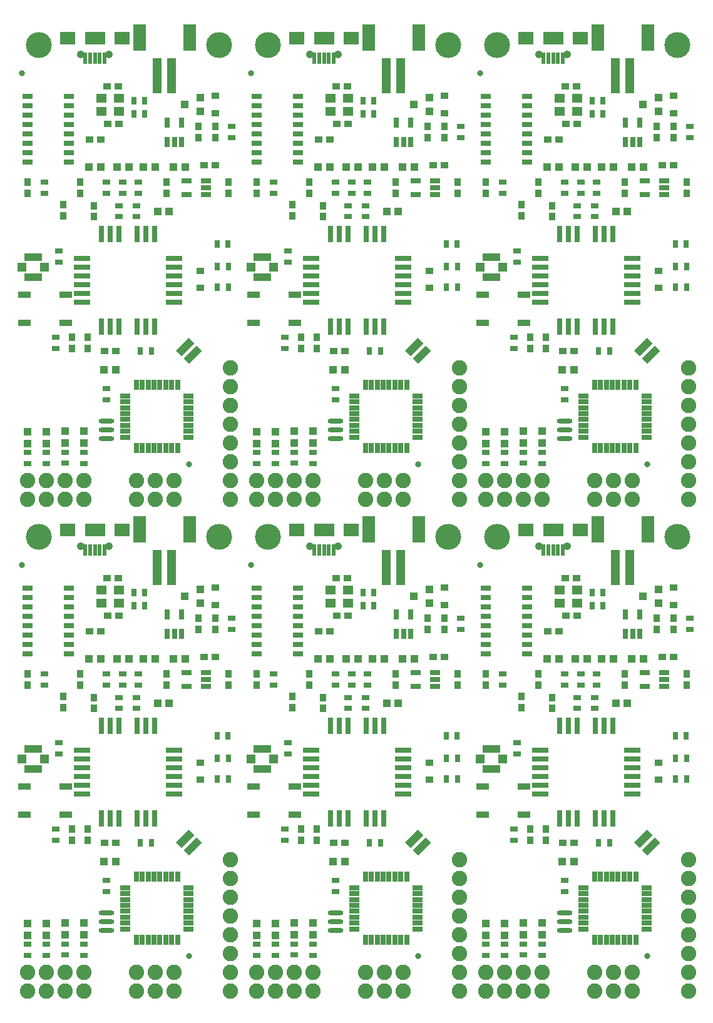
<source format=gts>
G04 #@! TF.FileFunction,Soldermask,Top*
%FSLAX46Y46*%
G04 Gerber Fmt 4.6, Leading zero omitted, Abs format (unit mm)*
G04 Created by KiCad (PCBNEW 4.0.6) date 08/02/17 18:57:33*
%MOMM*%
%LPD*%
G01*
G04 APERTURE LIST*
%ADD10C,0.100000*%
%ADD11R,1.000000X0.950000*%
%ADD12R,0.700000X1.100000*%
%ADD13R,1.398880X1.299820*%
%ADD14R,1.000000X1.000000*%
%ADD15R,1.398880X0.799440*%
%ADD16R,0.950000X1.000000*%
%ADD17R,1.398880X0.748640*%
%ADD18R,1.198220X4.799940*%
%ADD19R,1.797660X3.598520*%
%ADD20R,0.748640X1.398880*%
%ADD21R,1.028040X0.829920*%
%ADD22R,1.100000X0.700000*%
%ADD23R,1.099160X0.997560*%
%ADD24C,3.502000*%
%ADD25C,0.835000*%
%ADD26R,0.598780X1.647800*%
%ADD27R,1.998320X1.698600*%
%ADD28R,2.699360X1.698600*%
%ADD29C,1.048360*%
%ADD30C,2.079600*%
%ADD31R,1.470000X0.758800*%
%ADD32R,0.758800X1.470000*%
%ADD33R,2.198980X0.799440*%
%ADD34R,0.799440X2.198980*%
%ADD35R,1.724000X0.962000*%
%ADD36R,2.399640X1.048360*%
%ADD37R,1.249020X1.198220*%
%ADD38O,2.105000X0.649580*%
G04 APERTURE END LIST*
D10*
D11*
X125146000Y-119928000D03*
X126646000Y-119928000D03*
X94158000Y-119928000D03*
X95658000Y-119928000D03*
X63170000Y-119928000D03*
X64670000Y-119928000D03*
X125146000Y-53380000D03*
X126646000Y-53380000D03*
X94158000Y-53380000D03*
X95658000Y-53380000D03*
D12*
X130196000Y-118528000D03*
X128696000Y-118528000D03*
X99208000Y-118528000D03*
X97708000Y-118528000D03*
X68220000Y-118528000D03*
X66720000Y-118528000D03*
X130196000Y-51980000D03*
X128696000Y-51980000D03*
X99208000Y-51980000D03*
X97708000Y-51980000D03*
D13*
X126649480Y-116474240D03*
X124302520Y-116474240D03*
X124302520Y-118221760D03*
X126649480Y-118221760D03*
X95661480Y-116474240D03*
X93314520Y-116474240D03*
X93314520Y-118221760D03*
X95661480Y-118221760D03*
X64673480Y-116474240D03*
X62326520Y-116474240D03*
X62326520Y-118221760D03*
X64673480Y-118221760D03*
X126649480Y-49926240D03*
X124302520Y-49926240D03*
X124302520Y-51673760D03*
X126649480Y-51673760D03*
X95661480Y-49926240D03*
X93314520Y-49926240D03*
X93314520Y-51673760D03*
X95661480Y-51673760D03*
D14*
X130010000Y-125730000D03*
X131610000Y-125730000D03*
X99022000Y-125730000D03*
X100622000Y-125730000D03*
X68034000Y-125730000D03*
X69634000Y-125730000D03*
X130010000Y-59182000D03*
X131610000Y-59182000D03*
X99022000Y-59182000D03*
X100622000Y-59182000D03*
X128054000Y-125730000D03*
X126454000Y-125730000D03*
X97066000Y-125730000D03*
X95466000Y-125730000D03*
X66078000Y-125730000D03*
X64478000Y-125730000D03*
X128054000Y-59182000D03*
X126454000Y-59182000D03*
X97066000Y-59182000D03*
X95466000Y-59182000D03*
D11*
X122696000Y-122028000D03*
X124196000Y-122028000D03*
X91708000Y-122028000D03*
X93208000Y-122028000D03*
X60720000Y-122028000D03*
X62220000Y-122028000D03*
X122696000Y-55480000D03*
X124196000Y-55480000D03*
X91708000Y-55480000D03*
X93208000Y-55480000D03*
D15*
X119893080Y-125095000D03*
X119893080Y-123825000D03*
X119893080Y-122555000D03*
X119893080Y-121285000D03*
X119893080Y-120015000D03*
X119893080Y-118745000D03*
X119893080Y-117475000D03*
X119893080Y-116205000D03*
X114294920Y-116205000D03*
X114294920Y-117475000D03*
X114294920Y-118745000D03*
X114294920Y-120015000D03*
X114294920Y-121285000D03*
X114294920Y-122555000D03*
X114294920Y-123825000D03*
X114294920Y-125095000D03*
X88905080Y-125095000D03*
X88905080Y-123825000D03*
X88905080Y-122555000D03*
X88905080Y-121285000D03*
X88905080Y-120015000D03*
X88905080Y-118745000D03*
X88905080Y-117475000D03*
X88905080Y-116205000D03*
X83306920Y-116205000D03*
X83306920Y-117475000D03*
X83306920Y-118745000D03*
X83306920Y-120015000D03*
X83306920Y-121285000D03*
X83306920Y-122555000D03*
X83306920Y-123825000D03*
X83306920Y-125095000D03*
X57917080Y-125095000D03*
X57917080Y-123825000D03*
X57917080Y-122555000D03*
X57917080Y-121285000D03*
X57917080Y-120015000D03*
X57917080Y-118745000D03*
X57917080Y-117475000D03*
X57917080Y-116205000D03*
X52318920Y-116205000D03*
X52318920Y-117475000D03*
X52318920Y-118745000D03*
X52318920Y-120015000D03*
X52318920Y-121285000D03*
X52318920Y-122555000D03*
X52318920Y-123825000D03*
X52318920Y-125095000D03*
X119893080Y-58547000D03*
X119893080Y-57277000D03*
X119893080Y-56007000D03*
X119893080Y-54737000D03*
X119893080Y-53467000D03*
X119893080Y-52197000D03*
X119893080Y-50927000D03*
X119893080Y-49657000D03*
X114294920Y-49657000D03*
X114294920Y-50927000D03*
X114294920Y-52197000D03*
X114294920Y-53467000D03*
X114294920Y-54737000D03*
X114294920Y-56007000D03*
X114294920Y-57277000D03*
X114294920Y-58547000D03*
X88905080Y-58547000D03*
X88905080Y-57277000D03*
X88905080Y-56007000D03*
X88905080Y-54737000D03*
X88905080Y-53467000D03*
X88905080Y-52197000D03*
X88905080Y-50927000D03*
X88905080Y-49657000D03*
X83306920Y-49657000D03*
X83306920Y-50927000D03*
X83306920Y-52197000D03*
X83306920Y-53467000D03*
X83306920Y-54737000D03*
X83306920Y-56007000D03*
X83306920Y-57277000D03*
X83306920Y-58547000D03*
D11*
X138188000Y-125476000D03*
X139688000Y-125476000D03*
X107200000Y-125476000D03*
X108700000Y-125476000D03*
X76212000Y-125476000D03*
X77712000Y-125476000D03*
X138188000Y-58928000D03*
X139688000Y-58928000D03*
X107200000Y-58928000D03*
X108700000Y-58928000D03*
D16*
X133096000Y-129274000D03*
X133096000Y-127774000D03*
X102108000Y-129274000D03*
X102108000Y-127774000D03*
X71120000Y-129274000D03*
X71120000Y-127774000D03*
X133096000Y-62726000D03*
X133096000Y-61226000D03*
X102108000Y-62726000D03*
X102108000Y-61226000D03*
D17*
X138457940Y-129473960D03*
X138457940Y-128524000D03*
X138457940Y-127574040D03*
X135862060Y-127574040D03*
X135862060Y-129473960D03*
X107469940Y-129473960D03*
X107469940Y-128524000D03*
X107469940Y-127574040D03*
X104874060Y-127574040D03*
X104874060Y-129473960D03*
X76481940Y-129473960D03*
X76481940Y-128524000D03*
X76481940Y-127574040D03*
X73886060Y-127574040D03*
X73886060Y-129473960D03*
X138457940Y-62925960D03*
X138457940Y-61976000D03*
X138457940Y-61026040D03*
X135862060Y-61026040D03*
X135862060Y-62925960D03*
X107469940Y-62925960D03*
X107469940Y-61976000D03*
X107469940Y-61026040D03*
X104874060Y-61026040D03*
X104874060Y-62925960D03*
D16*
X141478000Y-129274000D03*
X141478000Y-127774000D03*
X110490000Y-129274000D03*
X110490000Y-127774000D03*
X79502000Y-129274000D03*
X79502000Y-127774000D03*
X141478000Y-62726000D03*
X141478000Y-61226000D03*
X110490000Y-62726000D03*
X110490000Y-61226000D03*
D14*
X135674000Y-125730000D03*
X134074000Y-125730000D03*
X104686000Y-125730000D03*
X103086000Y-125730000D03*
X73698000Y-125730000D03*
X72098000Y-125730000D03*
X135674000Y-59182000D03*
X134074000Y-59182000D03*
X104686000Y-59182000D03*
X103086000Y-59182000D03*
D18*
X131843780Y-113400840D03*
X133840220Y-113400840D03*
D19*
X129443480Y-108204000D03*
X136240520Y-108204000D03*
D18*
X100855780Y-113400840D03*
X102852220Y-113400840D03*
D19*
X98455480Y-108204000D03*
X105252520Y-108204000D03*
D18*
X69867780Y-113400840D03*
X71864220Y-113400840D03*
D19*
X67467480Y-108204000D03*
X74264520Y-108204000D03*
D18*
X131843780Y-46852840D03*
X133840220Y-46852840D03*
D19*
X129443480Y-41656000D03*
X136240520Y-41656000D03*
D18*
X100855780Y-46852840D03*
X102852220Y-46852840D03*
D19*
X98455480Y-41656000D03*
X105252520Y-41656000D03*
D16*
X137446000Y-121778000D03*
X137446000Y-120278000D03*
X106458000Y-121778000D03*
X106458000Y-120278000D03*
X75470000Y-121778000D03*
X75470000Y-120278000D03*
X137446000Y-55230000D03*
X137446000Y-53730000D03*
X106458000Y-55230000D03*
X106458000Y-53730000D03*
X139696000Y-120278000D03*
X139696000Y-121778000D03*
X108708000Y-120278000D03*
X108708000Y-121778000D03*
X77720000Y-120278000D03*
X77720000Y-121778000D03*
X139696000Y-53730000D03*
X139696000Y-55230000D03*
X108708000Y-53730000D03*
X108708000Y-55230000D03*
D20*
X133246040Y-122325940D03*
X134196000Y-122325940D03*
X135145960Y-122325940D03*
X135145960Y-119730060D03*
X133246040Y-119730060D03*
X102258040Y-122325940D03*
X103208000Y-122325940D03*
X104157960Y-122325940D03*
X104157960Y-119730060D03*
X102258040Y-119730060D03*
X71270040Y-122325940D03*
X72220000Y-122325940D03*
X73169960Y-122325940D03*
X73169960Y-119730060D03*
X71270040Y-119730060D03*
X133246040Y-55777940D03*
X134196000Y-55777940D03*
X135145960Y-55777940D03*
X135145960Y-53182060D03*
X133246040Y-53182060D03*
X102258040Y-55777940D03*
X103208000Y-55777940D03*
X104157960Y-55777940D03*
X104157960Y-53182060D03*
X102258040Y-53182060D03*
D21*
X139696000Y-118426080D03*
X139696000Y-116129920D03*
X108708000Y-118426080D03*
X108708000Y-116129920D03*
X77720000Y-118426080D03*
X77720000Y-116129920D03*
X139696000Y-51878080D03*
X139696000Y-49581920D03*
X108708000Y-51878080D03*
X108708000Y-49581920D03*
D22*
X141946000Y-120278000D03*
X141946000Y-121778000D03*
X110958000Y-120278000D03*
X110958000Y-121778000D03*
X79970000Y-120278000D03*
X79970000Y-121778000D03*
X141946000Y-53730000D03*
X141946000Y-55230000D03*
X110958000Y-53730000D03*
X110958000Y-55230000D03*
D23*
X137694220Y-118227960D03*
X137694220Y-116328040D03*
X135596180Y-117278000D03*
X106706220Y-118227960D03*
X106706220Y-116328040D03*
X104608180Y-117278000D03*
X75718220Y-118227960D03*
X75718220Y-116328040D03*
X73620180Y-117278000D03*
X137694220Y-51679960D03*
X137694220Y-49780040D03*
X135596180Y-50730000D03*
X106706220Y-51679960D03*
X106706220Y-49780040D03*
X104608180Y-50730000D03*
D24*
X140208000Y-109220000D03*
X109220000Y-109220000D03*
X78232000Y-109220000D03*
X140208000Y-42672000D03*
X109220000Y-42672000D03*
D12*
X130196000Y-116778000D03*
X128696000Y-116778000D03*
X99208000Y-116778000D03*
X97708000Y-116778000D03*
X68220000Y-116778000D03*
X66720000Y-116778000D03*
X130196000Y-50230000D03*
X128696000Y-50230000D03*
X99208000Y-50230000D03*
X97708000Y-50230000D03*
D11*
X126596000Y-114808000D03*
X125096000Y-114808000D03*
X95608000Y-114808000D03*
X94108000Y-114808000D03*
X64620000Y-114808000D03*
X63120000Y-114808000D03*
X126596000Y-48260000D03*
X125096000Y-48260000D03*
X95608000Y-48260000D03*
X94108000Y-48260000D03*
D25*
X113538000Y-113030000D03*
X82550000Y-113030000D03*
X51562000Y-113030000D03*
X113538000Y-46482000D03*
X82550000Y-46482000D03*
D26*
X123444000Y-111053880D03*
X124091700Y-111053880D03*
X122146060Y-111053880D03*
X122796300Y-111053880D03*
D27*
X127127000Y-108331000D03*
X119761000Y-108331000D03*
D28*
X123444000Y-108331000D03*
D26*
X124741940Y-111053880D03*
D29*
X125343920Y-110530640D03*
X121544080Y-110530640D03*
D26*
X92456000Y-111053880D03*
X93103700Y-111053880D03*
X91158060Y-111053880D03*
X91808300Y-111053880D03*
D27*
X96139000Y-108331000D03*
X88773000Y-108331000D03*
D28*
X92456000Y-108331000D03*
D26*
X93753940Y-111053880D03*
D29*
X94355920Y-110530640D03*
X90556080Y-110530640D03*
D26*
X61468000Y-111053880D03*
X62115700Y-111053880D03*
X60170060Y-111053880D03*
X60820300Y-111053880D03*
D27*
X65151000Y-108331000D03*
X57785000Y-108331000D03*
D28*
X61468000Y-108331000D03*
D26*
X62765940Y-111053880D03*
D29*
X63367920Y-110530640D03*
X59568080Y-110530640D03*
D26*
X123444000Y-44505880D03*
X124091700Y-44505880D03*
X122146060Y-44505880D03*
X122796300Y-44505880D03*
D27*
X127127000Y-41783000D03*
X119761000Y-41783000D03*
D28*
X123444000Y-41783000D03*
D26*
X124741940Y-44505880D03*
D29*
X125343920Y-43982640D03*
X121544080Y-43982640D03*
D26*
X92456000Y-44505880D03*
X93103700Y-44505880D03*
X91158060Y-44505880D03*
X91808300Y-44505880D03*
D27*
X96139000Y-41783000D03*
X88773000Y-41783000D03*
D28*
X92456000Y-41783000D03*
D26*
X93753940Y-44505880D03*
D29*
X94355920Y-43982640D03*
X90556080Y-43982640D03*
D24*
X115824000Y-109220000D03*
X84836000Y-109220000D03*
X53848000Y-109220000D03*
X115824000Y-42672000D03*
X84836000Y-42672000D03*
D22*
X129286000Y-129274000D03*
X129286000Y-127774000D03*
X98298000Y-129274000D03*
X98298000Y-127774000D03*
X67310000Y-129274000D03*
X67310000Y-127774000D03*
X129286000Y-62726000D03*
X129286000Y-61226000D03*
X98298000Y-62726000D03*
X98298000Y-61226000D03*
X127196000Y-129274000D03*
X127196000Y-127774000D03*
X96208000Y-129274000D03*
X96208000Y-127774000D03*
X65220000Y-129274000D03*
X65220000Y-127774000D03*
X127196000Y-62726000D03*
X127196000Y-61226000D03*
X96208000Y-62726000D03*
X96208000Y-61226000D03*
D16*
X121412000Y-129274000D03*
X121412000Y-127774000D03*
X90424000Y-129274000D03*
X90424000Y-127774000D03*
X59436000Y-129274000D03*
X59436000Y-127774000D03*
X121412000Y-62726000D03*
X121412000Y-61226000D03*
X90424000Y-62726000D03*
X90424000Y-61226000D03*
D14*
X124206000Y-125730000D03*
X122606000Y-125730000D03*
X93218000Y-125730000D03*
X91618000Y-125730000D03*
X62230000Y-125730000D03*
X60630000Y-125730000D03*
X124206000Y-59182000D03*
X122606000Y-59182000D03*
X93218000Y-59182000D03*
X91618000Y-59182000D03*
D22*
X116586000Y-127774000D03*
X116586000Y-129274000D03*
X85598000Y-127774000D03*
X85598000Y-129274000D03*
X54610000Y-127774000D03*
X54610000Y-129274000D03*
X116586000Y-61226000D03*
X116586000Y-62726000D03*
X85598000Y-61226000D03*
X85598000Y-62726000D03*
D16*
X114300000Y-129274000D03*
X114300000Y-127774000D03*
X83312000Y-129274000D03*
X83312000Y-127774000D03*
X52324000Y-129274000D03*
X52324000Y-127774000D03*
X114300000Y-62726000D03*
X114300000Y-61226000D03*
X83312000Y-62726000D03*
X83312000Y-61226000D03*
D22*
X124968000Y-127774000D03*
X124968000Y-129274000D03*
X93980000Y-127774000D03*
X93980000Y-129274000D03*
X62992000Y-127774000D03*
X62992000Y-129274000D03*
X124968000Y-61226000D03*
X124968000Y-62726000D03*
X93980000Y-61226000D03*
X93980000Y-62726000D03*
D12*
X139966000Y-141986000D03*
X141466000Y-141986000D03*
X108978000Y-141986000D03*
X110478000Y-141986000D03*
X77990000Y-141986000D03*
X79490000Y-141986000D03*
X139966000Y-75438000D03*
X141466000Y-75438000D03*
X108978000Y-75438000D03*
X110478000Y-75438000D03*
X139954000Y-136144000D03*
X141454000Y-136144000D03*
X108966000Y-136144000D03*
X110466000Y-136144000D03*
X77978000Y-136144000D03*
X79478000Y-136144000D03*
X139954000Y-69596000D03*
X141454000Y-69596000D03*
X108966000Y-69596000D03*
X110466000Y-69596000D03*
D10*
G36*
X136203093Y-152376580D02*
X135461790Y-151635277D01*
X137192717Y-149904350D01*
X137934020Y-150645653D01*
X136203093Y-152376580D01*
X136203093Y-152376580D01*
G37*
G36*
X135143423Y-151316910D02*
X134402120Y-150575607D01*
X136133047Y-148844680D01*
X136874350Y-149585983D01*
X135143423Y-151316910D01*
X135143423Y-151316910D01*
G37*
G36*
X105215093Y-152376580D02*
X104473790Y-151635277D01*
X106204717Y-149904350D01*
X106946020Y-150645653D01*
X105215093Y-152376580D01*
X105215093Y-152376580D01*
G37*
G36*
X104155423Y-151316910D02*
X103414120Y-150575607D01*
X105145047Y-148844680D01*
X105886350Y-149585983D01*
X104155423Y-151316910D01*
X104155423Y-151316910D01*
G37*
G36*
X74227093Y-152376580D02*
X73485790Y-151635277D01*
X75216717Y-149904350D01*
X75958020Y-150645653D01*
X74227093Y-152376580D01*
X74227093Y-152376580D01*
G37*
G36*
X73167423Y-151316910D02*
X72426120Y-150575607D01*
X74157047Y-148844680D01*
X74898350Y-149585983D01*
X73167423Y-151316910D01*
X73167423Y-151316910D01*
G37*
G36*
X136203093Y-85828580D02*
X135461790Y-85087277D01*
X137192717Y-83356350D01*
X137934020Y-84097653D01*
X136203093Y-85828580D01*
X136203093Y-85828580D01*
G37*
G36*
X135143423Y-84768910D02*
X134402120Y-84027607D01*
X136133047Y-82296680D01*
X136874350Y-83037983D01*
X135143423Y-84768910D01*
X135143423Y-84768910D01*
G37*
G36*
X105215093Y-85828580D02*
X104473790Y-85087277D01*
X106204717Y-83356350D01*
X106946020Y-84097653D01*
X105215093Y-85828580D01*
X105215093Y-85828580D01*
G37*
G36*
X104155423Y-84768910D02*
X103414120Y-84027607D01*
X105145047Y-82296680D01*
X105886350Y-83037983D01*
X104155423Y-84768910D01*
X104155423Y-84768910D01*
G37*
D21*
X137668000Y-139821920D03*
X137668000Y-142118080D03*
X106680000Y-139821920D03*
X106680000Y-142118080D03*
X75692000Y-139821920D03*
X75692000Y-142118080D03*
X137668000Y-73273920D03*
X137668000Y-75570080D03*
X106680000Y-73273920D03*
X106680000Y-75570080D03*
D12*
X141466000Y-139192000D03*
X139966000Y-139192000D03*
X110478000Y-139192000D03*
X108978000Y-139192000D03*
X79490000Y-139192000D03*
X77990000Y-139192000D03*
X141466000Y-72644000D03*
X139966000Y-72644000D03*
X110478000Y-72644000D03*
X108978000Y-72644000D03*
D16*
X119126000Y-132322000D03*
X119126000Y-130822000D03*
X88138000Y-132322000D03*
X88138000Y-130822000D03*
X57150000Y-132322000D03*
X57150000Y-130822000D03*
X119126000Y-65774000D03*
X119126000Y-64274000D03*
X88138000Y-65774000D03*
X88138000Y-64274000D03*
X123296000Y-130978000D03*
X123296000Y-132478000D03*
X92308000Y-130978000D03*
X92308000Y-132478000D03*
X61320000Y-130978000D03*
X61320000Y-132478000D03*
X123296000Y-64430000D03*
X123296000Y-65930000D03*
X92308000Y-64430000D03*
X92308000Y-65930000D03*
D14*
X131896000Y-131728000D03*
X133496000Y-131728000D03*
X100908000Y-131728000D03*
X102508000Y-131728000D03*
X69920000Y-131728000D03*
X71520000Y-131728000D03*
X131896000Y-65180000D03*
X133496000Y-65180000D03*
X100908000Y-65180000D03*
X102508000Y-65180000D03*
D22*
X126696000Y-132478000D03*
X126696000Y-130978000D03*
X95708000Y-132478000D03*
X95708000Y-130978000D03*
X64720000Y-132478000D03*
X64720000Y-130978000D03*
X126696000Y-65930000D03*
X126696000Y-64430000D03*
X95708000Y-65930000D03*
X95708000Y-64430000D03*
X129096000Y-130978000D03*
X129096000Y-132478000D03*
X98108000Y-130978000D03*
X98108000Y-132478000D03*
X67120000Y-130978000D03*
X67120000Y-132478000D03*
X129096000Y-64430000D03*
X129096000Y-65930000D03*
X98108000Y-64430000D03*
X98108000Y-65930000D03*
X114300000Y-165850000D03*
X114300000Y-164350000D03*
X83312000Y-165850000D03*
X83312000Y-164350000D03*
X52324000Y-165850000D03*
X52324000Y-164350000D03*
X114300000Y-99302000D03*
X114300000Y-97802000D03*
X83312000Y-99302000D03*
X83312000Y-97802000D03*
X116840000Y-165862000D03*
X116840000Y-164362000D03*
X85852000Y-165862000D03*
X85852000Y-164362000D03*
X54864000Y-165862000D03*
X54864000Y-164362000D03*
X116840000Y-99314000D03*
X116840000Y-97814000D03*
X85852000Y-99314000D03*
X85852000Y-97814000D03*
D30*
X114300000Y-170688000D03*
X114300000Y-168148000D03*
X116840000Y-170688000D03*
X116840000Y-168148000D03*
X119380000Y-170688000D03*
X119380000Y-168148000D03*
X121920000Y-170688000D03*
X121920000Y-168148000D03*
X83312000Y-170688000D03*
X83312000Y-168148000D03*
X85852000Y-170688000D03*
X85852000Y-168148000D03*
X88392000Y-170688000D03*
X88392000Y-168148000D03*
X90932000Y-170688000D03*
X90932000Y-168148000D03*
X52324000Y-170688000D03*
X52324000Y-168148000D03*
X54864000Y-170688000D03*
X54864000Y-168148000D03*
X57404000Y-170688000D03*
X57404000Y-168148000D03*
X59944000Y-170688000D03*
X59944000Y-168148000D03*
X114300000Y-104140000D03*
X114300000Y-101600000D03*
X116840000Y-104140000D03*
X116840000Y-101600000D03*
X119380000Y-104140000D03*
X119380000Y-101600000D03*
X121920000Y-104140000D03*
X121920000Y-101600000D03*
X83312000Y-104140000D03*
X83312000Y-101600000D03*
X85852000Y-104140000D03*
X85852000Y-101600000D03*
X88392000Y-104140000D03*
X88392000Y-101600000D03*
X90932000Y-104140000D03*
X90932000Y-101600000D03*
D22*
X121920000Y-165850000D03*
X121920000Y-164350000D03*
X90932000Y-165850000D03*
X90932000Y-164350000D03*
X59944000Y-165850000D03*
X59944000Y-164350000D03*
X121920000Y-99302000D03*
X121920000Y-97802000D03*
X90932000Y-99302000D03*
X90932000Y-97802000D03*
X119380000Y-165838000D03*
X119380000Y-164338000D03*
X88392000Y-165838000D03*
X88392000Y-164338000D03*
X57404000Y-165838000D03*
X57404000Y-164338000D03*
X119380000Y-99290000D03*
X119380000Y-97790000D03*
X88392000Y-99290000D03*
X88392000Y-97790000D03*
D30*
X141732000Y-160528000D03*
X141732000Y-157988000D03*
X141732000Y-155448000D03*
X141732000Y-152908000D03*
X110744000Y-160528000D03*
X110744000Y-157988000D03*
X110744000Y-155448000D03*
X110744000Y-152908000D03*
X79756000Y-160528000D03*
X79756000Y-157988000D03*
X79756000Y-155448000D03*
X79756000Y-152908000D03*
X141732000Y-93980000D03*
X141732000Y-91440000D03*
X141732000Y-88900000D03*
X141732000Y-86360000D03*
X110744000Y-93980000D03*
X110744000Y-91440000D03*
X110744000Y-88900000D03*
X110744000Y-86360000D03*
D25*
X136144000Y-165989000D03*
X105156000Y-165989000D03*
X74168000Y-165989000D03*
X136144000Y-99441000D03*
X105156000Y-99441000D03*
D30*
X134112000Y-168148000D03*
X134112000Y-170688000D03*
X131572000Y-168148000D03*
X131572000Y-170688000D03*
X129032000Y-168148000D03*
X129032000Y-170688000D03*
X103124000Y-168148000D03*
X103124000Y-170688000D03*
X100584000Y-168148000D03*
X100584000Y-170688000D03*
X98044000Y-168148000D03*
X98044000Y-170688000D03*
X72136000Y-168148000D03*
X72136000Y-170688000D03*
X69596000Y-168148000D03*
X69596000Y-170688000D03*
X67056000Y-168148000D03*
X67056000Y-170688000D03*
X134112000Y-101600000D03*
X134112000Y-104140000D03*
X131572000Y-101600000D03*
X131572000Y-104140000D03*
X129032000Y-101600000D03*
X129032000Y-104140000D03*
X103124000Y-101600000D03*
X103124000Y-104140000D03*
X100584000Y-101600000D03*
X100584000Y-104140000D03*
X98044000Y-101600000D03*
X98044000Y-104140000D03*
D31*
X127533400Y-156712920D03*
X127533400Y-157513020D03*
X127533400Y-158313120D03*
X127533400Y-159113220D03*
X127533400Y-159910780D03*
X127533400Y-160710880D03*
X127533400Y-161510980D03*
X127533400Y-162311080D03*
D32*
X129026920Y-163804600D03*
X129827020Y-163804600D03*
X130627120Y-163804600D03*
X131427220Y-163804600D03*
X132224780Y-163804600D03*
X133024880Y-163804600D03*
X133824980Y-163804600D03*
X134625080Y-163804600D03*
D31*
X136118600Y-162311080D03*
X136118600Y-161510980D03*
X136118600Y-160710880D03*
X136118600Y-159910780D03*
X136118600Y-159113220D03*
X136118600Y-158313120D03*
X136118600Y-157513020D03*
X136118600Y-156712920D03*
D32*
X134625080Y-155219400D03*
X133824980Y-155219400D03*
X133024880Y-155219400D03*
X132224780Y-155219400D03*
X131427220Y-155219400D03*
X130627120Y-155219400D03*
X129827020Y-155219400D03*
X129026920Y-155219400D03*
D31*
X96545400Y-156712920D03*
X96545400Y-157513020D03*
X96545400Y-158313120D03*
X96545400Y-159113220D03*
X96545400Y-159910780D03*
X96545400Y-160710880D03*
X96545400Y-161510980D03*
X96545400Y-162311080D03*
D32*
X98038920Y-163804600D03*
X98839020Y-163804600D03*
X99639120Y-163804600D03*
X100439220Y-163804600D03*
X101236780Y-163804600D03*
X102036880Y-163804600D03*
X102836980Y-163804600D03*
X103637080Y-163804600D03*
D31*
X105130600Y-162311080D03*
X105130600Y-161510980D03*
X105130600Y-160710880D03*
X105130600Y-159910780D03*
X105130600Y-159113220D03*
X105130600Y-158313120D03*
X105130600Y-157513020D03*
X105130600Y-156712920D03*
D32*
X103637080Y-155219400D03*
X102836980Y-155219400D03*
X102036880Y-155219400D03*
X101236780Y-155219400D03*
X100439220Y-155219400D03*
X99639120Y-155219400D03*
X98839020Y-155219400D03*
X98038920Y-155219400D03*
D31*
X65557400Y-156712920D03*
X65557400Y-157513020D03*
X65557400Y-158313120D03*
X65557400Y-159113220D03*
X65557400Y-159910780D03*
X65557400Y-160710880D03*
X65557400Y-161510980D03*
X65557400Y-162311080D03*
D32*
X67050920Y-163804600D03*
X67851020Y-163804600D03*
X68651120Y-163804600D03*
X69451220Y-163804600D03*
X70248780Y-163804600D03*
X71048880Y-163804600D03*
X71848980Y-163804600D03*
X72649080Y-163804600D03*
D31*
X74142600Y-162311080D03*
X74142600Y-161510980D03*
X74142600Y-160710880D03*
X74142600Y-159910780D03*
X74142600Y-159113220D03*
X74142600Y-158313120D03*
X74142600Y-157513020D03*
X74142600Y-156712920D03*
D32*
X72649080Y-155219400D03*
X71848980Y-155219400D03*
X71048880Y-155219400D03*
X70248780Y-155219400D03*
X69451220Y-155219400D03*
X68651120Y-155219400D03*
X67851020Y-155219400D03*
X67050920Y-155219400D03*
D31*
X127533400Y-90164920D03*
X127533400Y-90965020D03*
X127533400Y-91765120D03*
X127533400Y-92565220D03*
X127533400Y-93362780D03*
X127533400Y-94162880D03*
X127533400Y-94962980D03*
X127533400Y-95763080D03*
D32*
X129026920Y-97256600D03*
X129827020Y-97256600D03*
X130627120Y-97256600D03*
X131427220Y-97256600D03*
X132224780Y-97256600D03*
X133024880Y-97256600D03*
X133824980Y-97256600D03*
X134625080Y-97256600D03*
D31*
X136118600Y-95763080D03*
X136118600Y-94962980D03*
X136118600Y-94162880D03*
X136118600Y-93362780D03*
X136118600Y-92565220D03*
X136118600Y-91765120D03*
X136118600Y-90965020D03*
X136118600Y-90164920D03*
D32*
X134625080Y-88671400D03*
X133824980Y-88671400D03*
X133024880Y-88671400D03*
X132224780Y-88671400D03*
X131427220Y-88671400D03*
X130627120Y-88671400D03*
X129827020Y-88671400D03*
X129026920Y-88671400D03*
D31*
X96545400Y-90164920D03*
X96545400Y-90965020D03*
X96545400Y-91765120D03*
X96545400Y-92565220D03*
X96545400Y-93362780D03*
X96545400Y-94162880D03*
X96545400Y-94962980D03*
X96545400Y-95763080D03*
D32*
X98038920Y-97256600D03*
X98839020Y-97256600D03*
X99639120Y-97256600D03*
X100439220Y-97256600D03*
X101236780Y-97256600D03*
X102036880Y-97256600D03*
X102836980Y-97256600D03*
X103637080Y-97256600D03*
D31*
X105130600Y-95763080D03*
X105130600Y-94962980D03*
X105130600Y-94162880D03*
X105130600Y-93362780D03*
X105130600Y-92565220D03*
X105130600Y-91765120D03*
X105130600Y-90965020D03*
X105130600Y-90164920D03*
D32*
X103637080Y-88671400D03*
X102836980Y-88671400D03*
X102036880Y-88671400D03*
X101236780Y-88671400D03*
X100439220Y-88671400D03*
X99639120Y-88671400D03*
X98839020Y-88671400D03*
X98038920Y-88671400D03*
D30*
X141732000Y-170688000D03*
X141732000Y-168148000D03*
X141732000Y-165608000D03*
X141732000Y-163068000D03*
X110744000Y-170688000D03*
X110744000Y-168148000D03*
X110744000Y-165608000D03*
X110744000Y-163068000D03*
X79756000Y-170688000D03*
X79756000Y-168148000D03*
X79756000Y-165608000D03*
X79756000Y-163068000D03*
X141732000Y-104140000D03*
X141732000Y-101600000D03*
X141732000Y-99060000D03*
X141732000Y-96520000D03*
X110744000Y-104140000D03*
X110744000Y-101600000D03*
X110744000Y-99060000D03*
X110744000Y-96520000D03*
D33*
X121678700Y-138071860D03*
X121678700Y-139273280D03*
X121678700Y-140472160D03*
X121678700Y-141671040D03*
X121678700Y-142869920D03*
X121678700Y-144071340D03*
D34*
X124327920Y-147320000D03*
X125529340Y-147320000D03*
X126728220Y-147320000D03*
X129125980Y-147320000D03*
X130324860Y-147320000D03*
X131526280Y-147320000D03*
D33*
X134175500Y-144071340D03*
X134175500Y-142869920D03*
X134175500Y-141671040D03*
X134175500Y-140472160D03*
X134175500Y-139273280D03*
X134175500Y-138071860D03*
D34*
X131526280Y-134823200D03*
X130324860Y-134823200D03*
X129125980Y-134823200D03*
X126728220Y-134823200D03*
X125529340Y-134823200D03*
X124327920Y-134823200D03*
D33*
X90690700Y-138071860D03*
X90690700Y-139273280D03*
X90690700Y-140472160D03*
X90690700Y-141671040D03*
X90690700Y-142869920D03*
X90690700Y-144071340D03*
D34*
X93339920Y-147320000D03*
X94541340Y-147320000D03*
X95740220Y-147320000D03*
X98137980Y-147320000D03*
X99336860Y-147320000D03*
X100538280Y-147320000D03*
D33*
X103187500Y-144071340D03*
X103187500Y-142869920D03*
X103187500Y-141671040D03*
X103187500Y-140472160D03*
X103187500Y-139273280D03*
X103187500Y-138071860D03*
D34*
X100538280Y-134823200D03*
X99336860Y-134823200D03*
X98137980Y-134823200D03*
X95740220Y-134823200D03*
X94541340Y-134823200D03*
X93339920Y-134823200D03*
D33*
X59702700Y-138071860D03*
X59702700Y-139273280D03*
X59702700Y-140472160D03*
X59702700Y-141671040D03*
X59702700Y-142869920D03*
X59702700Y-144071340D03*
D34*
X62351920Y-147320000D03*
X63553340Y-147320000D03*
X64752220Y-147320000D03*
X67149980Y-147320000D03*
X68348860Y-147320000D03*
X69550280Y-147320000D03*
D33*
X72199500Y-144071340D03*
X72199500Y-142869920D03*
X72199500Y-141671040D03*
X72199500Y-140472160D03*
X72199500Y-139273280D03*
X72199500Y-138071860D03*
D34*
X69550280Y-134823200D03*
X68348860Y-134823200D03*
X67149980Y-134823200D03*
X64752220Y-134823200D03*
X63553340Y-134823200D03*
X62351920Y-134823200D03*
D33*
X121678700Y-71523860D03*
X121678700Y-72725280D03*
X121678700Y-73924160D03*
X121678700Y-75123040D03*
X121678700Y-76321920D03*
X121678700Y-77523340D03*
D34*
X124327920Y-80772000D03*
X125529340Y-80772000D03*
X126728220Y-80772000D03*
X129125980Y-80772000D03*
X130324860Y-80772000D03*
X131526280Y-80772000D03*
D33*
X134175500Y-77523340D03*
X134175500Y-76321920D03*
X134175500Y-75123040D03*
X134175500Y-73924160D03*
X134175500Y-72725280D03*
X134175500Y-71523860D03*
D34*
X131526280Y-68275200D03*
X130324860Y-68275200D03*
X129125980Y-68275200D03*
X126728220Y-68275200D03*
X125529340Y-68275200D03*
X124327920Y-68275200D03*
D33*
X90690700Y-71523860D03*
X90690700Y-72725280D03*
X90690700Y-73924160D03*
X90690700Y-75123040D03*
X90690700Y-76321920D03*
X90690700Y-77523340D03*
D34*
X93339920Y-80772000D03*
X94541340Y-80772000D03*
X95740220Y-80772000D03*
X98137980Y-80772000D03*
X99336860Y-80772000D03*
X100538280Y-80772000D03*
D33*
X103187500Y-77523340D03*
X103187500Y-76321920D03*
X103187500Y-75123040D03*
X103187500Y-73924160D03*
X103187500Y-72725280D03*
X103187500Y-71523860D03*
D34*
X100538280Y-68275200D03*
X99336860Y-68275200D03*
X98137980Y-68275200D03*
X95740220Y-68275200D03*
X94541340Y-68275200D03*
X93339920Y-68275200D03*
D12*
X131052000Y-150622000D03*
X129552000Y-150622000D03*
X100064000Y-150622000D03*
X98564000Y-150622000D03*
X69076000Y-150622000D03*
X67576000Y-150622000D03*
X131052000Y-84074000D03*
X129552000Y-84074000D03*
X100064000Y-84074000D03*
X98564000Y-84074000D03*
D14*
X124676000Y-153162000D03*
X126276000Y-153162000D03*
X93688000Y-153162000D03*
X95288000Y-153162000D03*
X62700000Y-153162000D03*
X64300000Y-153162000D03*
X124676000Y-86614000D03*
X126276000Y-86614000D03*
X93688000Y-86614000D03*
X95288000Y-86614000D03*
D11*
X124738000Y-150622000D03*
X126238000Y-150622000D03*
X93750000Y-150622000D03*
X95250000Y-150622000D03*
X62762000Y-150622000D03*
X64262000Y-150622000D03*
X124738000Y-84074000D03*
X126238000Y-84074000D03*
X93750000Y-84074000D03*
X95250000Y-84074000D03*
D35*
X113902000Y-143023000D03*
X119490000Y-143023000D03*
X113902000Y-146833000D03*
X119490000Y-146833000D03*
X82914000Y-143023000D03*
X88502000Y-143023000D03*
X82914000Y-146833000D03*
X88502000Y-146833000D03*
X51926000Y-143023000D03*
X57514000Y-143023000D03*
X51926000Y-146833000D03*
X57514000Y-146833000D03*
X113902000Y-76475000D03*
X119490000Y-76475000D03*
X113902000Y-80285000D03*
X119490000Y-80285000D03*
X82914000Y-76475000D03*
X88502000Y-76475000D03*
X82914000Y-80285000D03*
X88502000Y-80285000D03*
D36*
X115046000Y-137903860D03*
X115046000Y-140652140D03*
D37*
X116570000Y-139278000D03*
X113522000Y-139278000D03*
D36*
X84058000Y-137903860D03*
X84058000Y-140652140D03*
D37*
X85582000Y-139278000D03*
X82534000Y-139278000D03*
D36*
X53070000Y-137903860D03*
X53070000Y-140652140D03*
D37*
X54594000Y-139278000D03*
X51546000Y-139278000D03*
D36*
X115046000Y-71355860D03*
X115046000Y-74104140D03*
D37*
X116570000Y-72730000D03*
X113522000Y-72730000D03*
D36*
X84058000Y-71355860D03*
X84058000Y-74104140D03*
D37*
X85582000Y-72730000D03*
X82534000Y-72730000D03*
D16*
X120296000Y-148778000D03*
X120296000Y-150278000D03*
X89308000Y-148778000D03*
X89308000Y-150278000D03*
X58320000Y-148778000D03*
X58320000Y-150278000D03*
X120296000Y-82230000D03*
X120296000Y-83730000D03*
X89308000Y-82230000D03*
X89308000Y-83730000D03*
D22*
X118096000Y-150278000D03*
X118096000Y-148778000D03*
X87108000Y-150278000D03*
X87108000Y-148778000D03*
X56120000Y-150278000D03*
X56120000Y-148778000D03*
X118096000Y-83730000D03*
X118096000Y-82230000D03*
X87108000Y-83730000D03*
X87108000Y-82230000D03*
X118546000Y-138628000D03*
X118546000Y-137128000D03*
X87558000Y-138628000D03*
X87558000Y-137128000D03*
X56570000Y-138628000D03*
X56570000Y-137128000D03*
X118546000Y-72080000D03*
X118546000Y-70580000D03*
X87558000Y-72080000D03*
X87558000Y-70580000D03*
D16*
X122496000Y-148778000D03*
X122496000Y-150278000D03*
X91508000Y-148778000D03*
X91508000Y-150278000D03*
X60520000Y-148778000D03*
X60520000Y-150278000D03*
X122496000Y-82230000D03*
X122496000Y-83730000D03*
X91508000Y-82230000D03*
X91508000Y-83730000D03*
D38*
X124968000Y-160091120D03*
X124968000Y-161290000D03*
X124968000Y-162488880D03*
X93980000Y-160091120D03*
X93980000Y-161290000D03*
X93980000Y-162488880D03*
X62992000Y-160091120D03*
X62992000Y-161290000D03*
X62992000Y-162488880D03*
X124968000Y-93543120D03*
X124968000Y-94742000D03*
X124968000Y-95940880D03*
X93980000Y-93543120D03*
X93980000Y-94742000D03*
X93980000Y-95940880D03*
D14*
X116840000Y-163144000D03*
X116840000Y-161544000D03*
X85852000Y-163144000D03*
X85852000Y-161544000D03*
X54864000Y-163144000D03*
X54864000Y-161544000D03*
X116840000Y-96596000D03*
X116840000Y-94996000D03*
X85852000Y-96596000D03*
X85852000Y-94996000D03*
X114300000Y-163144000D03*
X114300000Y-161544000D03*
X83312000Y-163144000D03*
X83312000Y-161544000D03*
X52324000Y-163144000D03*
X52324000Y-161544000D03*
X114300000Y-96596000D03*
X114300000Y-94996000D03*
X83312000Y-96596000D03*
X83312000Y-94996000D03*
X121920000Y-163068000D03*
X121920000Y-161468000D03*
X90932000Y-163068000D03*
X90932000Y-161468000D03*
X59944000Y-163068000D03*
X59944000Y-161468000D03*
X121920000Y-96520000D03*
X121920000Y-94920000D03*
X90932000Y-96520000D03*
X90932000Y-94920000D03*
D22*
X124968000Y-155714000D03*
X124968000Y-157214000D03*
X93980000Y-155714000D03*
X93980000Y-157214000D03*
X62992000Y-155714000D03*
X62992000Y-157214000D03*
X124968000Y-89166000D03*
X124968000Y-90666000D03*
X93980000Y-89166000D03*
X93980000Y-90666000D03*
D14*
X119380000Y-163106000D03*
X119380000Y-161506000D03*
X88392000Y-163106000D03*
X88392000Y-161506000D03*
X57404000Y-163106000D03*
X57404000Y-161506000D03*
X119380000Y-96558000D03*
X119380000Y-94958000D03*
X88392000Y-96558000D03*
X88392000Y-94958000D03*
D30*
X52324000Y-104140000D03*
X52324000Y-101600000D03*
X54864000Y-104140000D03*
X54864000Y-101600000D03*
X57404000Y-104140000D03*
X57404000Y-101600000D03*
X59944000Y-104140000D03*
X59944000Y-101600000D03*
X72136000Y-101600000D03*
X72136000Y-104140000D03*
X69596000Y-101600000D03*
X69596000Y-104140000D03*
X67056000Y-101600000D03*
X67056000Y-104140000D03*
X79756000Y-104140000D03*
X79756000Y-101600000D03*
X79756000Y-99060000D03*
X79756000Y-96520000D03*
X79756000Y-93980000D03*
X79756000Y-91440000D03*
X79756000Y-88900000D03*
X79756000Y-86360000D03*
D38*
X62992000Y-93543120D03*
X62992000Y-94742000D03*
X62992000Y-95940880D03*
D21*
X77720000Y-51878080D03*
X77720000Y-49581920D03*
D23*
X75718220Y-51679960D03*
X75718220Y-49780040D03*
X73620180Y-50730000D03*
D12*
X68220000Y-50230000D03*
X66720000Y-50230000D03*
X68220000Y-51980000D03*
X66720000Y-51980000D03*
D13*
X64673480Y-49926240D03*
X62326520Y-49926240D03*
X62326520Y-51673760D03*
X64673480Y-51673760D03*
D11*
X63170000Y-53380000D03*
X64670000Y-53380000D03*
X64620000Y-48260000D03*
X63120000Y-48260000D03*
D22*
X65220000Y-62726000D03*
X65220000Y-61226000D03*
D11*
X60720000Y-55480000D03*
X62220000Y-55480000D03*
D16*
X75470000Y-55230000D03*
X75470000Y-53730000D03*
X77720000Y-53730000D03*
X77720000Y-55230000D03*
D20*
X71270040Y-55777940D03*
X72220000Y-55777940D03*
X73169960Y-55777940D03*
X73169960Y-53182060D03*
X71270040Y-53182060D03*
D22*
X79970000Y-53730000D03*
X79970000Y-55230000D03*
D14*
X73698000Y-59182000D03*
X72098000Y-59182000D03*
X69920000Y-65180000D03*
X71520000Y-65180000D03*
D16*
X71120000Y-62726000D03*
X71120000Y-61226000D03*
D14*
X68034000Y-59182000D03*
X69634000Y-59182000D03*
D22*
X67120000Y-64430000D03*
X67120000Y-65930000D03*
X67310000Y-62726000D03*
X67310000Y-61226000D03*
X56570000Y-72080000D03*
X56570000Y-70580000D03*
D16*
X61320000Y-64430000D03*
X61320000Y-65930000D03*
D22*
X64720000Y-65930000D03*
X64720000Y-64430000D03*
D16*
X57150000Y-65774000D03*
X57150000Y-64274000D03*
D14*
X62230000Y-59182000D03*
X60630000Y-59182000D03*
D16*
X59436000Y-62726000D03*
X59436000Y-61226000D03*
D14*
X66078000Y-59182000D03*
X64478000Y-59182000D03*
D22*
X62992000Y-61226000D03*
X62992000Y-62726000D03*
D35*
X51926000Y-76475000D03*
X57514000Y-76475000D03*
X51926000Y-80285000D03*
X57514000Y-80285000D03*
D18*
X69867780Y-46852840D03*
X71864220Y-46852840D03*
D19*
X67467480Y-41656000D03*
X74264520Y-41656000D03*
D25*
X51562000Y-46482000D03*
D33*
X59702700Y-71523860D03*
X59702700Y-72725280D03*
X59702700Y-73924160D03*
X59702700Y-75123040D03*
X59702700Y-76321920D03*
X59702700Y-77523340D03*
D34*
X62351920Y-80772000D03*
X63553340Y-80772000D03*
X64752220Y-80772000D03*
X67149980Y-80772000D03*
X68348860Y-80772000D03*
X69550280Y-80772000D03*
D33*
X72199500Y-77523340D03*
X72199500Y-76321920D03*
X72199500Y-75123040D03*
X72199500Y-73924160D03*
X72199500Y-72725280D03*
X72199500Y-71523860D03*
D34*
X69550280Y-68275200D03*
X68348860Y-68275200D03*
X67149980Y-68275200D03*
X64752220Y-68275200D03*
X63553340Y-68275200D03*
X62351920Y-68275200D03*
D12*
X77978000Y-69596000D03*
X79478000Y-69596000D03*
X79490000Y-72644000D03*
X77990000Y-72644000D03*
X77990000Y-75438000D03*
X79490000Y-75438000D03*
D11*
X76212000Y-58928000D03*
X77712000Y-58928000D03*
X62762000Y-84074000D03*
X64262000Y-84074000D03*
D16*
X52324000Y-62726000D03*
X52324000Y-61226000D03*
X58320000Y-82230000D03*
X58320000Y-83730000D03*
X60520000Y-82230000D03*
X60520000Y-83730000D03*
D22*
X54864000Y-99314000D03*
X54864000Y-97814000D03*
X59944000Y-99302000D03*
X59944000Y-97802000D03*
X62992000Y-89166000D03*
X62992000Y-90666000D03*
D15*
X57917080Y-58547000D03*
X57917080Y-57277000D03*
X57917080Y-56007000D03*
X57917080Y-54737000D03*
X57917080Y-53467000D03*
X57917080Y-52197000D03*
X57917080Y-50927000D03*
X57917080Y-49657000D03*
X52318920Y-49657000D03*
X52318920Y-50927000D03*
X52318920Y-52197000D03*
X52318920Y-53467000D03*
X52318920Y-54737000D03*
X52318920Y-56007000D03*
X52318920Y-57277000D03*
X52318920Y-58547000D03*
D31*
X65557400Y-90164920D03*
X65557400Y-90965020D03*
X65557400Y-91765120D03*
X65557400Y-92565220D03*
X65557400Y-93362780D03*
X65557400Y-94162880D03*
X65557400Y-94962980D03*
X65557400Y-95763080D03*
D32*
X67050920Y-97256600D03*
X67851020Y-97256600D03*
X68651120Y-97256600D03*
X69451220Y-97256600D03*
X70248780Y-97256600D03*
X71048880Y-97256600D03*
X71848980Y-97256600D03*
X72649080Y-97256600D03*
D31*
X74142600Y-95763080D03*
X74142600Y-94962980D03*
X74142600Y-94162880D03*
X74142600Y-93362780D03*
X74142600Y-92565220D03*
X74142600Y-91765120D03*
X74142600Y-90965020D03*
X74142600Y-90164920D03*
D32*
X72649080Y-88671400D03*
X71848980Y-88671400D03*
X71048880Y-88671400D03*
X70248780Y-88671400D03*
X69451220Y-88671400D03*
X68651120Y-88671400D03*
X67851020Y-88671400D03*
X67050920Y-88671400D03*
D10*
G36*
X74227093Y-85828580D02*
X73485790Y-85087277D01*
X75216717Y-83356350D01*
X75958020Y-84097653D01*
X74227093Y-85828580D01*
X74227093Y-85828580D01*
G37*
G36*
X73167423Y-84768910D02*
X72426120Y-84027607D01*
X74157047Y-82296680D01*
X74898350Y-83037983D01*
X73167423Y-84768910D01*
X73167423Y-84768910D01*
G37*
D21*
X75692000Y-73273920D03*
X75692000Y-75570080D03*
D14*
X52324000Y-96596000D03*
X52324000Y-94996000D03*
X54864000Y-96596000D03*
X54864000Y-94996000D03*
X57404000Y-96558000D03*
X57404000Y-94958000D03*
X59944000Y-96520000D03*
X59944000Y-94920000D03*
X62700000Y-86614000D03*
X64300000Y-86614000D03*
D22*
X56120000Y-83730000D03*
X56120000Y-82230000D03*
D36*
X53070000Y-71355860D03*
X53070000Y-74104140D03*
D37*
X54594000Y-72730000D03*
X51546000Y-72730000D03*
D26*
X61468000Y-44505880D03*
X62115700Y-44505880D03*
X60170060Y-44505880D03*
X60820300Y-44505880D03*
D27*
X65151000Y-41783000D03*
X57785000Y-41783000D03*
D28*
X61468000Y-41783000D03*
D26*
X62765940Y-44505880D03*
D29*
X63367920Y-43982640D03*
X59568080Y-43982640D03*
D25*
X74168000Y-99441000D03*
D22*
X54610000Y-61226000D03*
X54610000Y-62726000D03*
D12*
X69076000Y-84074000D03*
X67576000Y-84074000D03*
D22*
X52324000Y-99302000D03*
X52324000Y-97802000D03*
X57404000Y-99290000D03*
X57404000Y-97790000D03*
D16*
X79502000Y-62726000D03*
X79502000Y-61226000D03*
D17*
X76481940Y-62925960D03*
X76481940Y-61976000D03*
X76481940Y-61026040D03*
X73886060Y-61026040D03*
X73886060Y-62925960D03*
D24*
X78232000Y-42672000D03*
X53848000Y-42672000D03*
M02*

</source>
